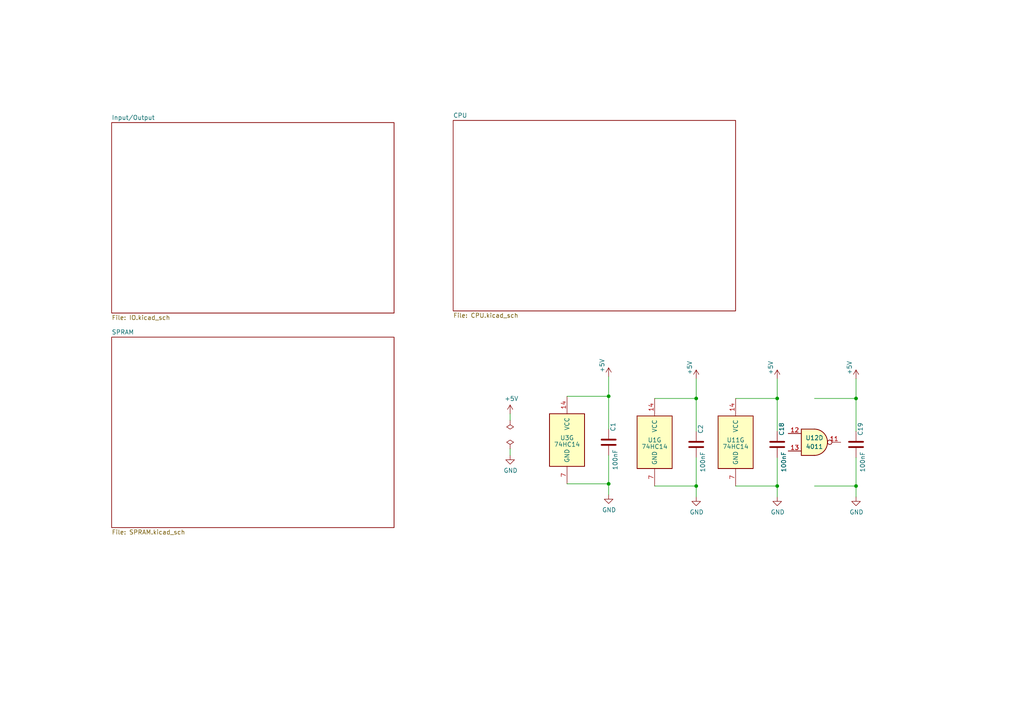
<source format=kicad_sch>
(kicad_sch (version 20230121) (generator eeschema)
  (paper "A4")
  (title_block (title "PLC14500 - Nano") (date "2022-11-09") (rev "0.5") (company "Nicola Cimmino") (comment 1 "REV.C"))
  (lib_symbols
    (symbol "4xxx:4011" (pin_names (offset 1.016))
      (property "Reference" "U" (at 0 1.27 0))
      (property "Value" "4011" (at 0 -1.27 0))
      (symbol "4011_1_1"
        (arc (start 0 -3.81) (mid 3.7934 0) (end 0 3.81) (stroke (width 0.254)) (fill (type background)))
        (polyline (pts (xy 0 3.81) (xy -3.81 3.81) (xy -3.81 -3.81) (xy 0 -3.81)) (stroke (width 0.254)) (fill (type background)))
        (pin input line (at -7.62 2.54 0) (length 3.81) (name "~") (number "1"))
        (pin input line (at -7.62 -2.54 0) (length 3.81) (name "~") (number "2"))
        (pin output inverted (at 7.62 0 180) (length 3.81) (name "~") (number "3"))
      )
      (symbol "4011_1_2"
        (arc (start -3.81 -3.81) (mid -2.589 0) (end -3.81 3.81) (stroke (width 0.254)))
        (arc (start -0.6096 -3.81) (mid 2.1842 -2.5851) (end 3.81 0) (stroke (width 0.254)) (fill (type background)))
        (polyline (pts (xy -3.81 -3.81) (xy -0.635 -3.81)) (stroke (width 0.254)) (fill (type background)))
        (polyline (pts (xy -3.81 3.81) (xy -0.635 3.81)) (stroke (width 0.254)) (fill (type background)))
        (polyline (pts (xy -0.635 3.81) (xy -3.81 3.81) (xy -3.81 3.81) (xy -3.556 3.4036) (xy -3.0226 2.2606) (xy -2.6924 1.0414) (xy -2.6162 -0.254) (xy -2.7686 -1.4986) (xy -3.175 -2.7178) (xy -3.81 -3.81) (xy -3.81 -3.81) (xy -0.635 -3.81)) (stroke (width -25.4)) (fill (type background)))
        (arc (start 3.81 0) (mid 2.1915 2.5936) (end -0.6096 3.81) (stroke (width 0.254)) (fill (type background)))
        (pin input inverted (at -7.62 2.54 0) (length 4.318) (name "~") (number "1"))
        (pin input inverted (at -7.62 -2.54 0) (length 4.318) (name "~") (number "2"))
        (pin output line (at 7.62 0 180) (length 3.81) (name "~") (number "3"))
      )
      (symbol "4011_2_1"
        (arc (start 0 -3.81) (mid 3.7934 0) (end 0 3.81) (stroke (width 0.254)) (fill (type background)))
        (polyline (pts (xy 0 3.81) (xy -3.81 3.81) (xy -3.81 -3.81) (xy 0 -3.81)) (stroke (width 0.254)) (fill (type background)))
        (pin output inverted (at 7.62 0 180) (length 3.81) (name "~") (number "4"))
        (pin input line (at -7.62 2.54 0) (length 3.81) (name "~") (number "5"))
        (pin input line (at -7.62 -2.54 0) (length 3.81) (name "~") (number "6"))
      )
      (symbol "4011_2_2"
        (arc (start -3.81 -3.81) (mid -2.589 0) (end -3.81 3.81) (stroke (width 0.254)))
        (arc (start -0.6096 -3.81) (mid 2.1842 -2.5851) (end 3.81 0) (stroke (width 0.254)) (fill (type background)))
        (polyline (pts (xy -3.81 -3.81) (xy -0.635 -3.81)) (stroke (width 0.254)) (fill (type background)))
        (polyline (pts (xy -3.81 3.81) (xy -0.635 3.81)) (stroke (width 0.254)) (fill (type background)))
        (polyline (pts (xy -0.635 3.81) (xy -3.81 3.81) (xy -3.81 3.81) (xy -3.556 3.4036) (xy -3.0226 2.2606) (xy -2.6924 1.0414) (xy -2.6162 -0.254) (xy -2.7686 -1.4986) (xy -3.175 -2.7178) (xy -3.81 -3.81) (xy -3.81 -3.81) (xy -0.635 -3.81)) (stroke (width -25.4)) (fill (type background)))
        (arc (start 3.81 0) (mid 2.1915 2.5936) (end -0.6096 3.81) (stroke (width 0.254)) (fill (type background)))
        (pin output line (at 7.62 0 180) (length 3.81) (name "~") (number "4"))
        (pin input inverted (at -7.62 2.54 0) (length 4.318) (name "~") (number "5"))
        (pin input inverted (at -7.62 -2.54 0) (length 4.318) (name "~") (number "6"))
      )
      (symbol "4011_3_1"
        (arc (start 0 -3.81) (mid 3.7934 0) (end 0 3.81) (stroke (width 0.254)) (fill (type background)))
        (polyline (pts (xy 0 3.81) (xy -3.81 3.81) (xy -3.81 -3.81) (xy 0 -3.81)) (stroke (width 0.254)) (fill (type background)))
        (pin output inverted (at 7.62 0 180) (length 3.81) (name "~") (number "10"))
        (pin input line (at -7.62 2.54 0) (length 3.81) (name "~") (number "8"))
        (pin input line (at -7.62 -2.54 0) (length 3.81) (name "~") (number "9"))
      )
      (symbol "4011_3_2"
        (arc (start -3.81 -3.81) (mid -2.589 0) (end -3.81 3.81) (stroke (width 0.254)))
        (arc (start -0.6096 -3.81) (mid 2.1842 -2.5851) (end 3.81 0) (stroke (width 0.254)) (fill (type background)))
        (polyline (pts (xy -3.81 -3.81) (xy -0.635 -3.81)) (stroke (width 0.254)) (fill (type background)))
        (polyline (pts (xy -3.81 3.81) (xy -0.635 3.81)) (stroke (width 0.254)) (fill (type background)))
        (polyline (pts (xy -0.635 3.81) (xy -3.81 3.81) (xy -3.81 3.81) (xy -3.556 3.4036) (xy -3.0226 2.2606) (xy -2.6924 1.0414) (xy -2.6162 -0.254) (xy -2.7686 -1.4986) (xy -3.175 -2.7178) (xy -3.81 -3.81) (xy -3.81 -3.81) (xy -0.635 -3.81)) (stroke (width -25.4)) (fill (type background)))
        (arc (start 3.81 0) (mid 2.1915 2.5936) (end -0.6096 3.81) (stroke (width 0.254)) (fill (type background)))
        (pin output line (at 7.62 0 180) (length 3.81) (name "~") (number "10"))
        (pin input inverted (at -7.62 2.54 0) (length 4.318) (name "~") (number "8"))
        (pin input inverted (at -7.62 -2.54 0) (length 4.318) (name "~") (number "9"))
      )
      (symbol "4011_4_1"
        (arc (start 0 -3.81) (mid 3.7934 0) (end 0 3.81) (stroke (width 0.254)) (fill (type background)))
        (polyline (pts (xy 0 3.81) (xy -3.81 3.81) (xy -3.81 -3.81) (xy 0 -3.81)) (stroke (width 0.254)) (fill (type background)))
        (pin output inverted (at 7.62 0 180) (length 3.81) (name "~") (number "11"))
        (pin input line (at -7.62 2.54 0) (length 3.81) (name "~") (number "12"))
        (pin input line (at -7.62 -2.54 0) (length 3.81) (name "~") (number "13"))
      )
      (symbol "4011_4_2"
        (arc (start -3.81 -3.81) (mid -2.589 0) (end -3.81 3.81) (stroke (width 0.254)))
        (arc (start -0.6096 -3.81) (mid 2.1842 -2.5851) (end 3.81 0) (stroke (width 0.254)) (fill (type background)))
        (polyline (pts (xy -3.81 -3.81) (xy -0.635 -3.81)) (stroke (width 0.254)) (fill (type background)))
        (polyline (pts (xy -3.81 3.81) (xy -0.635 3.81)) (stroke (width 0.254)) (fill (type background)))
        (polyline (pts (xy -0.635 3.81) (xy -3.81 3.81) (xy -3.81 3.81) (xy -3.556 3.4036) (xy -3.0226 2.2606) (xy -2.6924 1.0414) (xy -2.6162 -0.254) (xy -2.7686 -1.4986) (xy -3.175 -2.7178) (xy -3.81 -3.81) (xy -3.81 -3.81) (xy -0.635 -3.81)) (stroke (width -25.4)) (fill (type background)))
        (arc (start 3.81 0) (mid 2.1915 2.5936) (end -0.6096 3.81) (stroke (width 0.254)) (fill (type background)))
        (pin output line (at 7.62 0 180) (length 3.81) (name "~") (number "11"))
        (pin input inverted (at -7.62 2.54 0) (length 4.318) (name "~") (number "12"))
        (pin input inverted (at -7.62 -2.54 0) (length 4.318) (name "~") (number "13"))
      )
      (symbol "4011_5_0"
        (pin power_in line (at 0 12.7 270) (length 5.08) (name "VDD") (number "14"))
        (pin power_in line (at 0 -12.7 90) (length 5.08) (name "VSS") (number "7"))
      )
      (symbol "4011_5_1"
        (rectangle (start -5.08 7.62) (end 5.08 -7.62) (stroke (width 0.254)) (fill (type background)))
      )
    )
    (symbol "74xx:74HC14" (pin_names (offset 1.016))
      (property "Reference" "U" (at 0 1.27 0))
      (property "Value" "74HC14" (at 0 -1.27 0))
      (symbol "74HC14_1_0"
        (polyline (pts (xy -3.81 3.81) (xy -3.81 -3.81) (xy 3.81 0) (xy -3.81 3.81)) (stroke (width 0.254)) (fill (type background)))
        (pin input line (at -7.62 0 0) (length 3.81) (name "~") (number "1"))
        (pin output inverted (at 7.62 0 180) (length 3.81) (name "~") (number "2"))
      )
      (symbol "74HC14_1_1"
        (polyline (pts (xy -1.905 -1.27) (xy -1.905 1.27) (xy -0.635 1.27)))
        (polyline (pts (xy -2.54 -1.27) (xy -0.635 -1.27) (xy -0.635 1.27) (xy 0 1.27)))
      )
      (symbol "74HC14_2_0"
        (polyline (pts (xy -3.81 3.81) (xy -3.81 -3.81) (xy 3.81 0) (xy -3.81 3.81)) (stroke (width 0.254)) (fill (type background)))
        (pin input line (at -7.62 0 0) (length 3.81) (name "~") (number "3"))
        (pin output inverted (at 7.62 0 180) (length 3.81) (name "~") (number "4"))
      )
      (symbol "74HC14_2_1"
        (polyline (pts (xy -1.905 -1.27) (xy -1.905 1.27) (xy -0.635 1.27)))
        (polyline (pts (xy -2.54 -1.27) (xy -0.635 -1.27) (xy -0.635 1.27) (xy 0 1.27)))
      )
      (symbol "74HC14_3_0"
        (polyline (pts (xy -3.81 3.81) (xy -3.81 -3.81) (xy 3.81 0) (xy -3.81 3.81)) (stroke (width 0.254)) (fill (type background)))
        (pin input line (at -7.62 0 0) (length 3.81) (name "~") (number "5"))
        (pin output inverted (at 7.62 0 180) (length 3.81) (name "~") (number "6"))
      )
      (symbol "74HC14_3_1"
        (polyline (pts (xy -1.905 -1.27) (xy -1.905 1.27) (xy -0.635 1.27)))
        (polyline (pts (xy -2.54 -1.27) (xy -0.635 -1.27) (xy -0.635 1.27) (xy 0 1.27)))
      )
      (symbol "74HC14_4_0"
        (polyline (pts (xy -3.81 3.81) (xy -3.81 -3.81) (xy 3.81 0) (xy -3.81 3.81)) (stroke (width 0.254)) (fill (type background)))
        (pin output inverted (at 7.62 0 180) (length 3.81) (name "~") (number "8"))
        (pin input line (at -7.62 0 0) (length 3.81) (name "~") (number "9"))
      )
      (symbol "74HC14_4_1"
        (polyline (pts (xy -1.905 -1.27) (xy -1.905 1.27) (xy -0.635 1.27)))
        (polyline (pts (xy -2.54 -1.27) (xy -0.635 -1.27) (xy -0.635 1.27) (xy 0 1.27)))
      )
      (symbol "74HC14_5_0"
        (polyline (pts (xy -3.81 3.81) (xy -3.81 -3.81) (xy 3.81 0) (xy -3.81 3.81)) (stroke (width 0.254)) (fill (type background)))
        (pin output inverted (at 7.62 0 180) (length 3.81) (name "~") (number "10"))
        (pin input line (at -7.62 0 0) (length 3.81) (name "~") (number "11"))
      )
      (symbol "74HC14_5_1"
        (polyline (pts (xy -1.905 -1.27) (xy -1.905 1.27) (xy -0.635 1.27)))
        (polyline (pts (xy -2.54 -1.27) (xy -0.635 -1.27) (xy -0.635 1.27) (xy 0 1.27)))
      )
      (symbol "74HC14_6_0"
        (polyline (pts (xy -3.81 3.81) (xy -3.81 -3.81) (xy 3.81 0) (xy -3.81 3.81)) (stroke (width 0.254)) (fill (type background)))
        (pin output inverted (at 7.62 0 180) (length 3.81) (name "~") (number "12"))
        (pin input line (at -7.62 0 0) (length 3.81) (name "~") (number "13"))
      )
      (symbol "74HC14_6_1"
        (polyline (pts (xy -1.905 -1.27) (xy -1.905 1.27) (xy -0.635 1.27)))
        (polyline (pts (xy -2.54 -1.27) (xy -0.635 -1.27) (xy -0.635 1.27) (xy 0 1.27)))
      )
      (symbol "74HC14_7_0"
        (pin power_in line (at 0 12.7 270) (length 5.08) (name "VCC") (number "14"))
        (pin power_in line (at 0 -12.7 90) (length 5.08) (name "GND") (number "7"))
      )
      (symbol "74HC14_7_1"
        (rectangle (start -5.08 7.62) (end 5.08 -7.62) (stroke (width 0.254)) (fill (type background)))
      )
    )
    (symbol "Device:C" (pin_numbers hide) (pin_names (offset 0.254))
      (property "Reference" "C" (at 0.635 2.54 0))
      (property "Value" "C" (at 0.635 -2.54 0))
      (symbol "C_0_1"
        (polyline (pts (xy -2.032 -0.762) (xy 2.032 -0.762)) (stroke (width 0.508)))
        (polyline (pts (xy -2.032 0.762) (xy 2.032 0.762)) (stroke (width 0.508)))
      )
      (symbol "C_1_1"
        (pin passive line (at 0 3.81 270) (length 2.794) (name "~") (number "1"))
        (pin passive line (at 0 -3.81 90) (length 2.794) (name "~") (number "2"))
      )
    )
    (symbol "power:+5V" (power) (pin_names (offset 0))
      (property "Value" "+5V" (at 0 3.556 0))
      (symbol "+5V_0_1"
        (polyline (pts (xy -0.762 1.27) (xy 0 2.54)))
        (polyline (pts (xy 0 0) (xy 0 2.54)))
        (polyline (pts (xy 0 2.54) (xy 0.762 1.27)))
      )
      (symbol "+5V_1_1"
        (pin power_in line (at 0 0 90) (length 0) hide (name "+5V") (number "1"))
      )
    )
    (symbol "power:GND" (power) (pin_names (offset 0))
      (property "Value" "GND" (at 0 -3.81 0))
      (symbol "GND_0_1"
        (polyline (pts (xy 0 0) (xy 0 -1.27) (xy 1.27 -1.27) (xy 0 -2.54) (xy -1.27 -1.27) (xy 0 -1.27)))
      )
      (symbol "GND_1_1"
        (pin power_in line (at 0 0 270) (length 0) hide (name "GND") (number "1"))
      )
    )
    (symbol "power:PWR_FLAG" (power) (pin_numbers hide) (pin_names (offset 0) hide)
      (property "Value" "PWR_FLAG" (at 0 3.81 0))
      (symbol "PWR_FLAG_0_0"
        (pin power_out line (at 0 0 90) (length 0) (name "pwr") (number "1"))
      )
      (symbol "PWR_FLAG_0_1"
        (polyline (pts (xy 0 0) (xy 0 1.27) (xy -1.016 1.905) (xy 0 2.54) (xy 1.016 1.905) (xy 0 1.27)))
      )
    )
  )
  (junction (at 176.53 114.935))
  (junction (at 225.425 115.57))
  (junction (at 248.285 115.57))
  (junction (at 201.93 115.57))
  (junction (at 176.53 140.335))
  (junction (at 225.425 140.97))
  (junction (at 248.285 140.97))
  (junction (at 201.93 140.97))
  (wire (pts (xy 213.36 140.97) (xy 225.425 140.97)))
  (wire (pts (xy 147.955 132.08) (xy 147.955 130.175)))
  (wire (pts (xy 147.955 120.015) (xy 147.955 121.92)))
  (wire (pts (xy 164.465 114.935) (xy 176.53 114.935)))
  (wire (pts (xy 248.285 115.57) (xy 248.285 125.095)))
  (wire (pts (xy 236.22 140.97) (xy 248.285 140.97)))
  (wire (pts (xy 176.53 109.22) (xy 176.53 114.935)))
  (wire (pts (xy 176.53 132.08) (xy 176.53 140.335)))
  (wire (pts (xy 189.865 140.97) (xy 201.93 140.97)))
  (wire (pts (xy 213.36 115.57) (xy 225.425 115.57)))
  (wire (pts (xy 225.425 140.97) (xy 225.425 144.145)))
  (wire (pts (xy 176.53 140.335) (xy 176.53 143.51)))
  (wire (pts (xy 201.93 115.57) (xy 201.93 125.095)))
  (wire (pts (xy 176.53 114.935) (xy 176.53 124.46)))
  (wire (pts (xy 248.285 140.97) (xy 248.285 144.145)))
  (wire (pts (xy 248.285 109.855) (xy 248.285 115.57)))
  (wire (pts (xy 236.22 115.57) (xy 248.285 115.57)))
  (wire (pts (xy 201.93 132.715) (xy 201.93 140.97)))
  (wire (pts (xy 248.285 132.715) (xy 248.285 140.97)))
  (wire (pts (xy 201.93 140.97) (xy 201.93 144.145)))
  (wire (pts (xy 201.93 109.855) (xy 201.93 115.57)))
  (wire (pts (xy 164.465 140.335) (xy 176.53 140.335)))
  (wire (pts (xy 225.425 115.57) (xy 225.425 125.095)))
  (wire (pts (xy 225.425 109.855) (xy 225.425 115.57)))
  (wire (pts (xy 189.865 115.57) (xy 201.93 115.57)))
  (wire (pts (xy 225.425 132.715) (xy 225.425 140.97)))
  (symbol (lib_id "Device:C") (at 201.93 128.905 180) (unit 1)
    (property "Reference" "C2" (at 203.2 124.46 90))
    (property "Value" "100nF" (at 203.835 133.985 90))
    (property "Footprint" "Capacitor_THT:C_Rect_L7.2mm_W2.5mm_P5.00mm_FKS2_FKP2_MKS2_MKP2" (effects hide))
    (property "Price" "0.02" (effects hide))
  )
  (symbol (lib_id "power:GND") (at 201.93 144.145 0) (unit 1)
    (property "Reference" "#PWR0101" (effects hide))
    (property "Value" "GND" (at 202.057 148.5392 0))
  )
  (symbol (lib_id "power:+5V") (at 201.93 109.855 0) (unit 1)
    (property "Reference" "#PWR0102" (effects hide))
    (property "Value" "+5V" (at 200.025 106.68 90))
  )
  (symbol (lib_id "74xx:74HC14") (at 189.865 128.27 0) (unit 7)
    (property "Reference" "U1" (at 189.865 127.635 0))
    (property "Value" "74HC14" (at 189.865 129.54 0))
    (property "Footprint" "Package_DIP:DIP-14_W7.62mm_LongPads" (effects hide))
    (property "Datasheet" "http://www.ti.com/lit/gpn/sn74HC14" (effects hide))
    (property "Price" "0.16" (effects hide))
  )
  (symbol (lib_id "Device:C") (at 176.53 128.27 180) (unit 1)
    (property "Reference" "C1" (at 177.8 123.825 90))
    (property "Value" "100nF" (at 178.435 133.35 90))
    (property "Footprint" "Capacitor_THT:C_Rect_L7.2mm_W2.5mm_P5.00mm_FKS2_FKP2_MKS2_MKP2" (effects hide))
    (property "Price" "0.02" (effects hide))
  )
  (symbol (lib_id "power:GND") (at 176.53 143.51 0) (unit 1)
    (property "Reference" "#PWR0103" (effects hide))
    (property "Value" "GND" (at 176.657 147.9042 0))
  )
  (symbol (lib_id "power:+5V") (at 176.53 109.22 0) (unit 1)
    (property "Reference" "#PWR0104" (effects hide))
    (property "Value" "+5V" (at 174.625 106.045 90))
  )
  (symbol (lib_id "74xx:74HC14") (at 164.465 127.635 0) (unit 7)
    (property "Reference" "U3" (at 164.465 127 0))
    (property "Value" "74HC14" (at 164.465 128.905 0))
    (property "Footprint" "Package_DIP:DIP-14_W7.62mm_LongPads" (effects hide))
    (property "Datasheet" "http://www.ti.com/lit/gpn/sn74HC14" (effects hide))
    (property "Price" "0.16" (effects hide))
  )
  (symbol (lib_id "Device:C") (at 225.425 128.905 180) (unit 1)
    (property "Reference" "C18" (at 226.695 124.46 90))
    (property "Value" "100nF" (at 227.33 133.985 90))
    (property "Footprint" "Capacitor_THT:C_Rect_L7.2mm_W2.5mm_P5.00mm_FKS2_FKP2_MKS2_MKP2" (effects hide))
    (property "Price" "0.02" (effects hide))
  )
  (symbol (lib_id "power:GND") (at 225.425 144.145 0) (unit 1)
    (property "Reference" "#PWR04" (effects hide))
    (property "Value" "GND" (at 225.552 148.5392 0))
  )
  (symbol (lib_id "power:+5V") (at 225.425 109.855 0) (unit 1)
    (property "Reference" "#PWR03" (effects hide))
    (property "Value" "+5V" (at 223.52 106.68 90))
  )
  (symbol (lib_id "74xx:74HC14") (at 213.36 128.27 0) (unit 7)
    (property "Reference" "U11" (at 213.36 127.635 0))
    (property "Value" "74HC14" (at 213.36 129.54 0))
    (property "Footprint" "Package_DIP:DIP-14_W7.62mm_LongPads" (effects hide))
    (property "Datasheet" "http://www.ti.com/lit/gpn/sn74HC14" (effects hide))
    (property "Price" "0.16" (effects hide))
  )
  (symbol (lib_id "4xxx:4011") (at 236.22 128.27 0) (unit 4)
    (property "Reference" "U12" (at 236.22 127 0))
    (property "Value" "4011" (at 236.22 129.54 0))
    (property "Footprint" "Package_DIP:DIP-14_W7.62mm_LongPads" (effects hide))
    (property "Datasheet" "http://www.intersil.com/content/dam/Intersil/documents/cd40/cd4011bms-12bms-23bms.pdf" (effects hide))
    (property "Price" "0.2" (effects hide))
  )
  (symbol (lib_id "Device:C") (at 248.285 128.905 180) (unit 1)
    (property "Reference" "C19" (at 249.555 124.46 90))
    (property "Value" "100nF" (at 250.19 133.985 90))
    (property "Footprint" "Capacitor_THT:C_Rect_L7.2mm_W2.5mm_P5.00mm_FKS2_FKP2_MKS2_MKP2" (effects hide))
    (property "Price" "0.02" (effects hide))
  )
  (symbol (lib_id "power:GND") (at 248.285 144.145 0) (unit 1)
    (property "Reference" "#PWR010" (effects hide))
    (property "Value" "GND" (at 248.412 148.5392 0))
  )
  (symbol (lib_id "power:+5V") (at 248.285 109.855 0) (unit 1)
    (property "Reference" "#PWR09" (effects hide))
    (property "Value" "+5V" (at 246.38 106.68 90))
  )
  (symbol (lib_id "power:GND") (at 147.955 132.08 0) (unit 1)
    (property "Reference" "#PWR02" (effects hide))
    (property "Value" "GND" (at 148.082 136.4742 0))
  )
  (symbol (lib_id "power:PWR_FLAG") (at 147.955 130.175 0) (unit 1)
    (property "Reference" "#FLG02" (effects hide))
    (property "Value" "PWR_FLAG" (effects hide))
  )
  (symbol (lib_id "power:PWR_FLAG") (at 147.955 121.92 180) (unit 1)
    (property "Reference" "#FLG01" (effects hide))
    (property "Value" "PWR_FLAG" (effects hide))
  )
  (symbol (lib_id "power:+5V") (at 147.955 120.015 0) (unit 1)
    (property "Reference" "#PWR01" (effects hide))
    (property "Value" "+5V" (at 148.336 115.6208 0))
  )
  (sheet (at 131.445 34.925) (size 81.915 55.245)
    (property "Sheetname" "CPU" (at 131.445 34.2134 0) (effects (justify left bottom)))
    (property "Sheetfile" "CPU.kicad_sch" (at 131.445 90.7546 0) (effects (justify left top)))
  )
  (sheet (at 32.385 35.56) (size 81.915 55.245)
    (property "Sheetname" "Input/Output" (at 32.385 34.8484 0) (effects (justify left bottom)))
    (property "Sheetfile" "IO.kicad_sch" (at 32.385 91.3896 0) (effects (justify left top)))
  )
  (sheet (at 32.385 97.79) (size 81.915 55.245)
    (property "Sheetname" "SPRAM" (at 32.385 97.0784 0) (effects (justify left bottom)))
    (property "Sheetfile" "SPRAM.kicad_sch" (at 32.385 153.6196 0) (effects (justify left top)))
  )
)
</source>
